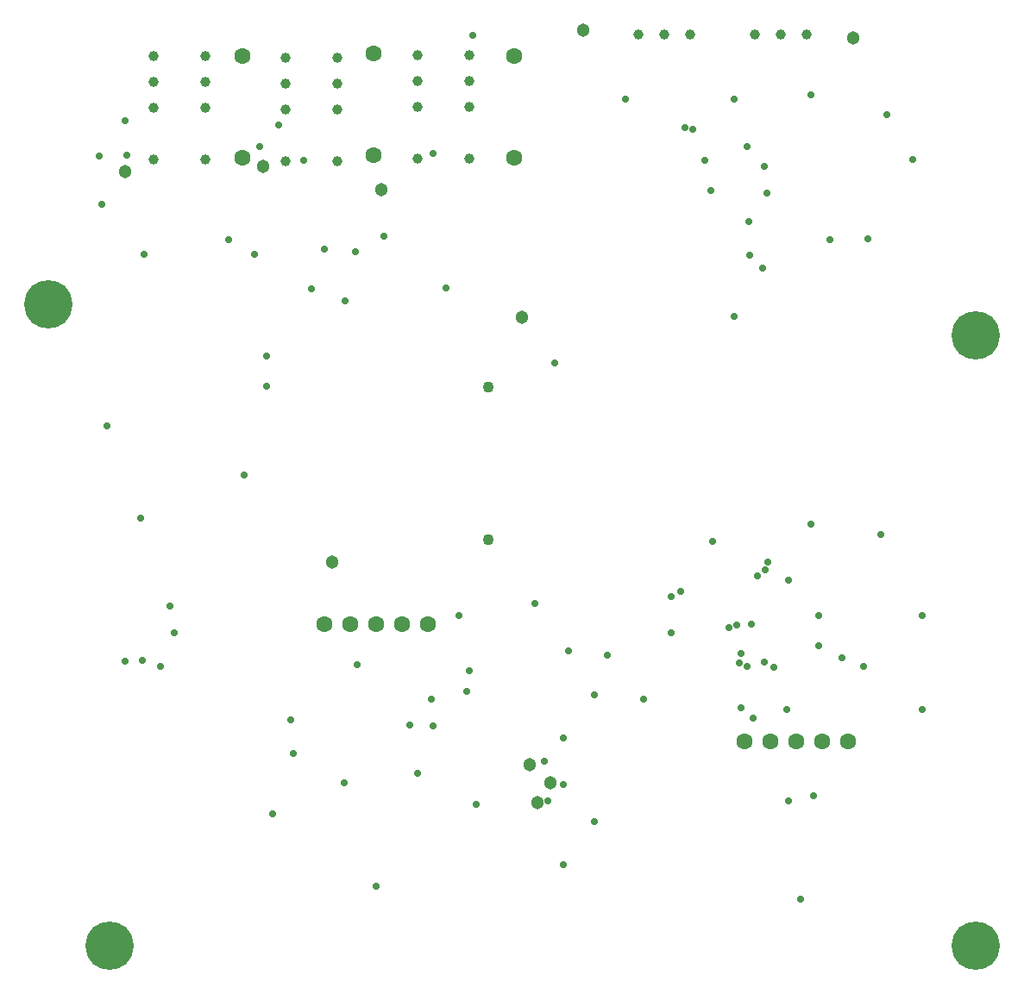
<source format=gbs>
G04*
G04 #@! TF.GenerationSoftware,Altium Limited,Altium Designer,19.0.14 (431)*
G04*
G04 Layer_Color=16711935*
%FSLAX25Y25*%
%MOIN*%
G70*
G01*
G75*
%ADD45C,0.03943*%
%ADD46C,0.05124*%
%ADD47C,0.18707*%
%ADD48C,0.03943*%
%ADD49C,0.06306*%
%ADD50C,0.04337*%
%ADD51C,0.02762*%
D45*
X115642Y394945D02*
D03*
Y404945D02*
D03*
Y414945D02*
D03*
X95642D02*
D03*
Y404945D02*
D03*
Y394945D02*
D03*
Y374945D02*
D03*
X115642D02*
D03*
X217642Y375445D02*
D03*
X197642D02*
D03*
Y395445D02*
D03*
Y405445D02*
D03*
Y415445D02*
D03*
X217642D02*
D03*
Y405445D02*
D03*
Y395445D02*
D03*
X166642Y374445D02*
D03*
X146642D02*
D03*
Y394445D02*
D03*
Y404445D02*
D03*
Y414445D02*
D03*
X166642D02*
D03*
Y404445D02*
D03*
Y394445D02*
D03*
D46*
X84642Y370445D02*
D03*
X183642Y363398D02*
D03*
X138142Y372445D02*
D03*
X164642Y219225D02*
D03*
X238142Y313945D02*
D03*
X366142Y421945D02*
D03*
X261642Y424945D02*
D03*
X241142Y140969D02*
D03*
X244142Y126445D02*
D03*
X249142Y133945D02*
D03*
D47*
X55118Y318898D02*
D03*
X78740Y70866D02*
D03*
X413386D02*
D03*
Y307087D02*
D03*
D48*
X303142Y423445D02*
D03*
X293142D02*
D03*
X283142D02*
D03*
X348142D02*
D03*
X338142D02*
D03*
X328142D02*
D03*
D49*
X364142Y149945D02*
D03*
X354142D02*
D03*
X344142D02*
D03*
X334142D02*
D03*
X324142D02*
D03*
X201642Y195445D02*
D03*
X191642D02*
D03*
X181642D02*
D03*
X171642D02*
D03*
X161642D02*
D03*
X235142Y375760D02*
D03*
Y415130D02*
D03*
X130142Y375760D02*
D03*
Y415130D02*
D03*
X180642Y376760D02*
D03*
Y416130D02*
D03*
D50*
X225142Y287000D02*
D03*
Y227945D02*
D03*
D51*
X253935Y133270D02*
D03*
X85212Y376679D02*
D03*
X317913Y193996D02*
D03*
X174353Y179823D02*
D03*
X139500Y287209D02*
D03*
X84642Y181000D02*
D03*
X139500Y299000D02*
D03*
X335500Y178626D02*
D03*
X322000Y180279D02*
D03*
X91500Y181500D02*
D03*
X295606Y205945D02*
D03*
X144000Y388500D02*
D03*
X379142Y392358D02*
D03*
X326000Y338098D02*
D03*
X301000Y387500D02*
D03*
X349642Y399945D02*
D03*
X320142Y398445D02*
D03*
X352642Y198776D02*
D03*
X392642D02*
D03*
X345591Y89102D02*
D03*
X254142Y102362D02*
D03*
X220472Y125795D02*
D03*
X266142Y168020D02*
D03*
X284949Y166492D02*
D03*
X255906Y185039D02*
D03*
X243122Y203299D02*
D03*
X341142Y126945D02*
D03*
X350642Y128945D02*
D03*
X340272Y162445D02*
D03*
X331689Y180685D02*
D03*
X370142Y179189D02*
D03*
X321142Y194945D02*
D03*
X299213Y208177D02*
D03*
X213516Y198776D02*
D03*
X181646Y93945D02*
D03*
X197642Y137795D02*
D03*
X169291Y133965D02*
D03*
X216535Y169291D02*
D03*
X130642Y252969D02*
D03*
X141732Y122047D02*
D03*
X149606Y145409D02*
D03*
X148642Y158445D02*
D03*
X98425Y178945D02*
D03*
X90551Y236221D02*
D03*
X103642Y191945D02*
D03*
X75736Y357606D02*
D03*
X376642Y229945D02*
D03*
X349642Y233945D02*
D03*
X311642Y227445D02*
D03*
X278142Y398445D02*
D03*
X311094Y362945D02*
D03*
X308642Y374571D02*
D03*
X320142Y314445D02*
D03*
X250642Y296445D02*
D03*
X389135Y374945D02*
D03*
X169642Y320445D02*
D03*
X184642Y345445D02*
D03*
X173642Y339445D02*
D03*
X161736Y340445D02*
D03*
X124689Y343992D02*
D03*
X92142Y338445D02*
D03*
X341142Y212445D02*
D03*
X84642Y389945D02*
D03*
X322642Y162945D02*
D03*
X266142Y118898D02*
D03*
X361642Y182445D02*
D03*
X352642Y186965D02*
D03*
X246642Y142445D02*
D03*
X322642Y183898D02*
D03*
X248142Y127142D02*
D03*
X325142Y178945D02*
D03*
X326642Y195445D02*
D03*
X332106Y216339D02*
D03*
X208642Y325445D02*
D03*
X333122Y219445D02*
D03*
X134642Y338445D02*
D03*
X329142Y213945D02*
D03*
X77642Y271945D02*
D03*
X74642Y376445D02*
D03*
X371661Y344492D02*
D03*
X356842Y343992D02*
D03*
X102142Y202445D02*
D03*
X194642Y156445D02*
D03*
X254142Y151445D02*
D03*
X203642Y155945D02*
D03*
X203142Y166445D02*
D03*
X271142Y183445D02*
D03*
X217642Y177445D02*
D03*
X327474Y158945D02*
D03*
X392642Y162445D02*
D03*
X219142Y422882D02*
D03*
X295642Y191945D02*
D03*
X304142Y386531D02*
D03*
X325142Y379945D02*
D03*
X325642Y350945D02*
D03*
X331689Y372398D02*
D03*
X332642Y361945D02*
D03*
X331142Y332945D02*
D03*
X156642Y324945D02*
D03*
X203705Y377382D02*
D03*
X153642Y374571D02*
D03*
X136642Y379945D02*
D03*
M02*

</source>
